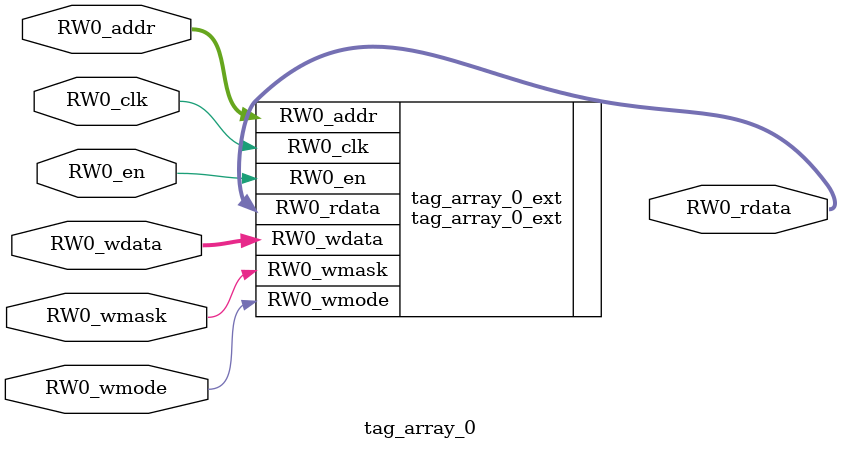
<source format=sv>
`ifndef RANDOMIZE
  `ifdef RANDOMIZE_REG_INIT
    `define RANDOMIZE
  `endif // RANDOMIZE_REG_INIT
`endif // not def RANDOMIZE
`ifndef RANDOMIZE
  `ifdef RANDOMIZE_MEM_INIT
    `define RANDOMIZE
  `endif // RANDOMIZE_MEM_INIT
`endif // not def RANDOMIZE

`ifndef RANDOM
  `define RANDOM $random
`endif // not def RANDOM

// Users can define 'PRINTF_COND' to add an extra gate to prints.
`ifndef PRINTF_COND_
  `ifdef PRINTF_COND
    `define PRINTF_COND_ (`PRINTF_COND)
  `else  // PRINTF_COND
    `define PRINTF_COND_ 1
  `endif // PRINTF_COND
`endif // not def PRINTF_COND_

// Users can define INIT_RANDOM as general code that gets injected into the
// initializer block for modules with registers.
`ifndef INIT_RANDOM
  `define INIT_RANDOM
`endif // not def INIT_RANDOM

// If using random initialization, you can also define RANDOMIZE_DELAY to
// customize the delay used, otherwise 0.002 is used.
`ifndef RANDOMIZE_DELAY
  `define RANDOMIZE_DELAY 0.002
`endif // not def RANDOMIZE_DELAY

// Define INIT_RANDOM_PROLOG_ for use in our modules below.
`ifndef INIT_RANDOM_PROLOG_
  `ifdef RANDOMIZE
    `ifdef VERILATOR
      `define INIT_RANDOM_PROLOG_ `INIT_RANDOM
    `else  // VERILATOR
      `define INIT_RANDOM_PROLOG_ `INIT_RANDOM #`RANDOMIZE_DELAY begin end
    `endif // VERILATOR
  `else  // RANDOMIZE
    `define INIT_RANDOM_PROLOG_
  `endif // RANDOMIZE
`endif // not def INIT_RANDOM_PROLOG_

// Include register initializers in init blocks unless synthesis is set
`ifndef SYNTHESIS
  `ifndef ENABLE_INITIAL_REG_
    `define ENABLE_INITIAL_REG_
  `endif // not def ENABLE_INITIAL_REG_
`endif // not def SYNTHESIS

// Include rmemory initializers in init blocks unless synthesis is set
`ifndef SYNTHESIS
  `ifndef ENABLE_INITIAL_MEM_
    `define ENABLE_INITIAL_MEM_
  `endif // not def ENABLE_INITIAL_MEM_
`endif // not def SYNTHESIS

module tag_array_0(
  input  [5:0]  RW0_addr,
  input         RW0_en,
                RW0_clk,
                RW0_wmode,
  input  [21:0] RW0_wdata,
  input         RW0_wmask,
  output [21:0] RW0_rdata
);

  tag_array_0_ext tag_array_0_ext (
    .RW0_addr  (RW0_addr),
    .RW0_en    (RW0_en),
    .RW0_clk   (RW0_clk),
    .RW0_wmode (RW0_wmode),
    .RW0_wdata (RW0_wdata),
    .RW0_wmask (RW0_wmask),
    .RW0_rdata (RW0_rdata)
  );
endmodule


</source>
